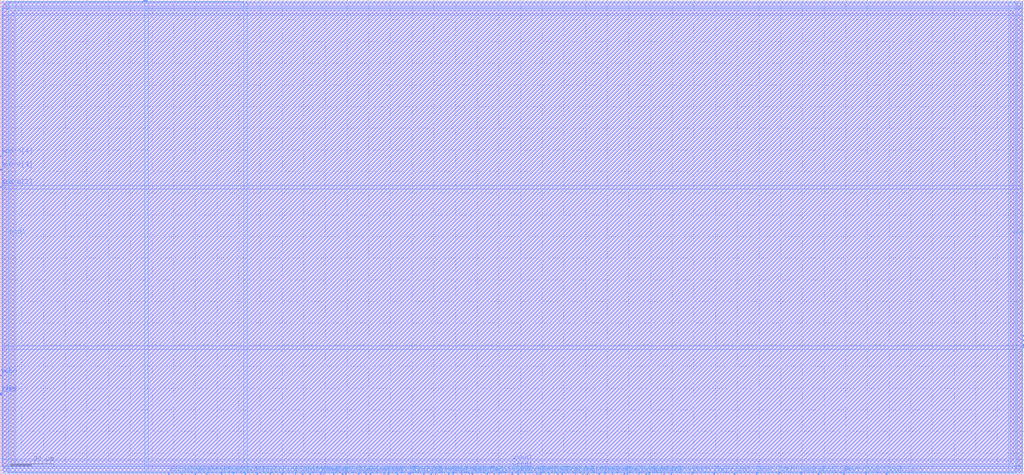
<source format=lef>
VERSION 5.4 ;
NAMESCASESENSITIVE ON ;
BUSBITCHARS "[]" ;
DIVIDERCHAR "/" ;
UNITS
  DATABASE MICRONS 2000 ;
END UNITS
MACRO sram_1rw0r0w_32_256_sky130
   CLASS BLOCK ;
   SIZE 472.3 BY 219.34 ;
   SYMMETRY X Y R90 ;
   PIN din0[0]
      DIRECTION INPUT ;
      PORT
         LAYER met4 ;
         RECT  112.88 0.0 113.26 0.38 ;
      END
   END din0[0]
   PIN din0[1]
      DIRECTION INPUT ;
      PORT
         LAYER met4 ;
         RECT  118.32 0.0 118.7 0.38 ;
      END
   END din0[1]
   PIN din0[2]
      DIRECTION INPUT ;
      PORT
         LAYER met4 ;
         RECT  124.44 0.0 124.82 0.38 ;
      END
   END din0[2]
   PIN din0[3]
      DIRECTION INPUT ;
      PORT
         LAYER met4 ;
         RECT  129.88 0.0 130.26 0.38 ;
      END
   END din0[3]
   PIN din0[4]
      DIRECTION INPUT ;
      PORT
         LAYER met4 ;
         RECT  136.0 0.0 136.38 0.38 ;
      END
   END din0[4]
   PIN din0[5]
      DIRECTION INPUT ;
      PORT
         LAYER met4 ;
         RECT  142.8 0.0 143.18 0.38 ;
      END
   END din0[5]
   PIN din0[6]
      DIRECTION INPUT ;
      PORT
         LAYER met4 ;
         RECT  147.56 0.0 147.94 0.38 ;
      END
   END din0[6]
   PIN din0[7]
      DIRECTION INPUT ;
      PORT
         LAYER met4 ;
         RECT  153.68 0.0 154.06 0.38 ;
      END
   END din0[7]
   PIN din0[8]
      DIRECTION INPUT ;
      PORT
         LAYER met4 ;
         RECT  159.12 0.0 159.5 0.38 ;
      END
   END din0[8]
   PIN din0[9]
      DIRECTION INPUT ;
      PORT
         LAYER met4 ;
         RECT  165.24 0.0 165.62 0.38 ;
      END
   END din0[9]
   PIN din0[10]
      DIRECTION INPUT ;
      PORT
         LAYER met4 ;
         RECT  170.68 0.0 171.06 0.38 ;
      END
   END din0[10]
   PIN din0[11]
      DIRECTION INPUT ;
      PORT
         LAYER met4 ;
         RECT  176.8 0.0 177.18 0.38 ;
      END
   END din0[11]
   PIN din0[12]
      DIRECTION INPUT ;
      PORT
         LAYER met4 ;
         RECT  182.92 0.0 183.3 0.38 ;
      END
   END din0[12]
   PIN din0[13]
      DIRECTION INPUT ;
      PORT
         LAYER met4 ;
         RECT  188.36 0.0 188.74 0.38 ;
      END
   END din0[13]
   PIN din0[14]
      DIRECTION INPUT ;
      PORT
         LAYER met4 ;
         RECT  195.16 0.0 195.54 0.38 ;
      END
   END din0[14]
   PIN din0[15]
      DIRECTION INPUT ;
      PORT
         LAYER met4 ;
         RECT  200.6 0.0 200.98 0.38 ;
      END
   END din0[15]
   PIN din0[16]
      DIRECTION INPUT ;
      PORT
         LAYER met4 ;
         RECT  206.72 0.0 207.1 0.38 ;
      END
   END din0[16]
   PIN din0[17]
      DIRECTION INPUT ;
      PORT
         LAYER met4 ;
         RECT  212.84 0.0 213.22 0.38 ;
      END
   END din0[17]
   PIN din0[18]
      DIRECTION INPUT ;
      PORT
         LAYER met4 ;
         RECT  217.6 0.0 217.98 0.38 ;
      END
   END din0[18]
   PIN din0[19]
      DIRECTION INPUT ;
      PORT
         LAYER met4 ;
         RECT  224.4 0.0 224.78 0.38 ;
      END
   END din0[19]
   PIN din0[20]
      DIRECTION INPUT ;
      PORT
         LAYER met4 ;
         RECT  229.84 0.0 230.22 0.38 ;
      END
   END din0[20]
   PIN din0[21]
      DIRECTION INPUT ;
      PORT
         LAYER met4 ;
         RECT  235.96 0.0 236.34 0.38 ;
      END
   END din0[21]
   PIN din0[22]
      DIRECTION INPUT ;
      PORT
         LAYER met4 ;
         RECT  242.08 0.0 242.46 0.38 ;
      END
   END din0[22]
   PIN din0[23]
      DIRECTION INPUT ;
      PORT
         LAYER met4 ;
         RECT  247.52 0.0 247.9 0.38 ;
      END
   END din0[23]
   PIN din0[24]
      DIRECTION INPUT ;
      PORT
         LAYER met4 ;
         RECT  252.96 0.0 253.34 0.38 ;
      END
   END din0[24]
   PIN din0[25]
      DIRECTION INPUT ;
      PORT
         LAYER met4 ;
         RECT  259.08 0.0 259.46 0.38 ;
      END
   END din0[25]
   PIN din0[26]
      DIRECTION INPUT ;
      PORT
         LAYER met4 ;
         RECT  265.2 0.0 265.58 0.38 ;
      END
   END din0[26]
   PIN din0[27]
      DIRECTION INPUT ;
      PORT
         LAYER met4 ;
         RECT  270.64 0.0 271.02 0.38 ;
      END
   END din0[27]
   PIN din0[28]
      DIRECTION INPUT ;
      PORT
         LAYER met4 ;
         RECT  276.08 0.0 276.46 0.38 ;
      END
   END din0[28]
   PIN din0[29]
      DIRECTION INPUT ;
      PORT
         LAYER met4 ;
         RECT  282.2 0.0 282.58 0.38 ;
      END
   END din0[29]
   PIN din0[30]
      DIRECTION INPUT ;
      PORT
         LAYER met4 ;
         RECT  287.64 0.0 288.02 0.38 ;
      END
   END din0[30]
   PIN din0[31]
      DIRECTION INPUT ;
      PORT
         LAYER met4 ;
         RECT  294.44 0.0 294.82 0.38 ;
      END
   END din0[31]
   PIN din0[32]
      DIRECTION INPUT ;
      PORT
         LAYER met4 ;
         RECT  299.2 0.0 299.58 0.38 ;
      END
   END din0[32]
   PIN addr0[0]
      DIRECTION INPUT ;
      PORT
         LAYER met4 ;
         RECT  77.52 0.0 77.9 0.38 ;
      END
   END addr0[0]
   PIN addr0[1]
      DIRECTION INPUT ;
      PORT
         LAYER met4 ;
         RECT  83.64 0.0 84.02 0.38 ;
      END
   END addr0[1]
   PIN addr0[2]
      DIRECTION INPUT ;
      PORT
         LAYER met3 ;
         RECT  0.0 132.6 0.38 132.98 ;
      END
   END addr0[2]
   PIN addr0[3]
      DIRECTION INPUT ;
      PORT
         LAYER met3 ;
         RECT  0.0 140.76 0.38 141.14 ;
      END
   END addr0[3]
   PIN addr0[4]
      DIRECTION INPUT ;
      PORT
         LAYER met3 ;
         RECT  0.0 146.88 0.38 147.26 ;
      END
   END addr0[4]
   PIN addr0[5]
      DIRECTION INPUT ;
      PORT
         LAYER met4 ;
         RECT  67.32 218.96 67.7 219.34 ;
      END
   END addr0[5]
   PIN addr0[6]
      DIRECTION INPUT ;
      PORT
         LAYER met4 ;
         RECT  66.64 218.96 67.02 219.34 ;
      END
   END addr0[6]
   PIN addr0[7]
      DIRECTION INPUT ;
      PORT
         LAYER met4 ;
         RECT  65.96 218.96 66.34 219.34 ;
      END
   END addr0[7]
   PIN csb0
      DIRECTION INPUT ;
      PORT
         LAYER met3 ;
         RECT  0.0 36.72 0.38 37.1 ;
      END
   END csb0
   PIN web0
      DIRECTION INPUT ;
      PORT
         LAYER met3 ;
         RECT  0.0 45.56 0.38 45.94 ;
      END
   END web0
   PIN clk0
      DIRECTION INPUT ;
      PORT
         LAYER met3 ;
         RECT  0.0 37.4 0.38 37.78 ;
      END
   END clk0
   PIN wmask0[0]
      DIRECTION INPUT ;
      PORT
         LAYER met4 ;
         RECT  89.76 0.0 90.14 0.38 ;
      END
   END wmask0[0]
   PIN wmask0[1]
      DIRECTION INPUT ;
      PORT
         LAYER met4 ;
         RECT  95.2 0.0 95.58 0.38 ;
      END
   END wmask0[1]
   PIN wmask0[2]
      DIRECTION INPUT ;
      PORT
         LAYER met4 ;
         RECT  102.0 0.0 102.38 0.38 ;
      END
   END wmask0[2]
   PIN wmask0[3]
      DIRECTION INPUT ;
      PORT
         LAYER met4 ;
         RECT  107.44 0.0 107.82 0.38 ;
      END
   END wmask0[3]
   PIN spare_wen0
      DIRECTION INPUT ;
      PORT
         LAYER met4 ;
         RECT  306.0 0.0 306.38 0.38 ;
      END
   END spare_wen0
   PIN dout0[0]
      DIRECTION OUTPUT ;
      PORT
         LAYER met4 ;
         RECT  139.4 0.0 139.78 0.38 ;
      END
   END dout0[0]
   PIN dout0[1]
      DIRECTION OUTPUT ;
      PORT
         LAYER met4 ;
         RECT  148.92 0.0 149.3 0.38 ;
      END
   END dout0[1]
   PIN dout0[2]
      DIRECTION OUTPUT ;
      PORT
         LAYER met4 ;
         RECT  157.76 0.0 158.14 0.38 ;
      END
   END dout0[2]
   PIN dout0[3]
      DIRECTION OUTPUT ;
      PORT
         LAYER met4 ;
         RECT  168.64 0.0 169.02 0.38 ;
      END
   END dout0[3]
   PIN dout0[4]
      DIRECTION OUTPUT ;
      PORT
         LAYER met4 ;
         RECT  178.84 0.0 179.22 0.38 ;
      END
   END dout0[4]
   PIN dout0[5]
      DIRECTION OUTPUT ;
      PORT
         LAYER met4 ;
         RECT  189.04 0.0 189.42 0.38 ;
      END
   END dout0[5]
   PIN dout0[6]
      DIRECTION OUTPUT ;
      PORT
         LAYER met4 ;
         RECT  198.56 0.0 198.94 0.38 ;
      END
   END dout0[6]
   PIN dout0[7]
      DIRECTION OUTPUT ;
      PORT
         LAYER met4 ;
         RECT  208.76 0.0 209.14 0.38 ;
      END
   END dout0[7]
   PIN dout0[8]
      DIRECTION OUTPUT ;
      PORT
         LAYER met4 ;
         RECT  216.24 0.0 216.62 0.38 ;
      END
   END dout0[8]
   PIN dout0[9]
      DIRECTION OUTPUT ;
      PORT
         LAYER met4 ;
         RECT  227.8 0.0 228.18 0.38 ;
      END
   END dout0[9]
   PIN dout0[10]
      DIRECTION OUTPUT ;
      PORT
         LAYER met4 ;
         RECT  238.68 0.0 239.06 0.38 ;
      END
   END dout0[10]
   PIN dout0[11]
      DIRECTION OUTPUT ;
      PORT
         LAYER met4 ;
         RECT  248.88 0.0 249.26 0.38 ;
      END
   END dout0[11]
   PIN dout0[12]
      DIRECTION OUTPUT ;
      PORT
         LAYER met4 ;
         RECT  257.04 0.0 257.42 0.38 ;
      END
   END dout0[12]
   PIN dout0[13]
      DIRECTION OUTPUT ;
      PORT
         LAYER met4 ;
         RECT  268.6 0.0 268.98 0.38 ;
      END
   END dout0[13]
   PIN dout0[14]
      DIRECTION OUTPUT ;
      PORT
         LAYER met4 ;
         RECT  278.8 0.0 279.18 0.38 ;
      END
   END dout0[14]
   PIN dout0[15]
      DIRECTION OUTPUT ;
      PORT
         LAYER met4 ;
         RECT  289.0 0.0 289.38 0.38 ;
      END
   END dout0[15]
   PIN dout0[16]
      DIRECTION OUTPUT ;
      PORT
         LAYER met4 ;
         RECT  297.84 0.0 298.22 0.38 ;
      END
   END dout0[16]
   PIN dout0[17]
      DIRECTION OUTPUT ;
      PORT
         LAYER met4 ;
         RECT  309.4 0.0 309.78 0.38 ;
      END
   END dout0[17]
   PIN dout0[18]
      DIRECTION OUTPUT ;
      PORT
         LAYER met4 ;
         RECT  318.92 0.0 319.3 0.38 ;
      END
   END dout0[18]
   PIN dout0[19]
      DIRECTION OUTPUT ;
      PORT
         LAYER met4 ;
         RECT  329.12 0.0 329.5 0.38 ;
      END
   END dout0[19]
   PIN dout0[20]
      DIRECTION OUTPUT ;
      PORT
         LAYER met4 ;
         RECT  338.64 0.0 339.02 0.38 ;
      END
   END dout0[20]
   PIN dout0[21]
      DIRECTION OUTPUT ;
      PORT
         LAYER met4 ;
         RECT  348.84 0.0 349.22 0.38 ;
      END
   END dout0[21]
   PIN dout0[22]
      DIRECTION OUTPUT ;
      PORT
         LAYER met4 ;
         RECT  359.04 0.0 359.42 0.38 ;
      END
   END dout0[22]
   PIN dout0[23]
      DIRECTION OUTPUT ;
      PORT
         LAYER met4 ;
         RECT  369.24 0.0 369.62 0.38 ;
      END
   END dout0[23]
   PIN dout0[24]
      DIRECTION OUTPUT ;
      PORT
         LAYER met4 ;
         RECT  377.4 0.0 377.78 0.38 ;
      END
   END dout0[24]
   PIN dout0[25]
      DIRECTION OUTPUT ;
      PORT
         LAYER met4 ;
         RECT  388.96 0.0 389.34 0.38 ;
      END
   END dout0[25]
   PIN dout0[26]
      DIRECTION OUTPUT ;
      PORT
         LAYER met4 ;
         RECT  399.16 0.0 399.54 0.38 ;
      END
   END dout0[26]
   PIN dout0[27]
      DIRECTION OUTPUT ;
      PORT
         LAYER met4 ;
         RECT  408.68 0.0 409.06 0.38 ;
      END
   END dout0[27]
   PIN dout0[28]
      DIRECTION OUTPUT ;
      PORT
         LAYER met3 ;
         RECT  471.92 58.48 472.3 58.86 ;
      END
   END dout0[28]
   PIN dout0[29]
      DIRECTION OUTPUT ;
      PORT
         LAYER met3 ;
         RECT  471.92 59.16 472.3 59.54 ;
      END
   END dout0[29]
   PIN dout0[30]
      DIRECTION OUTPUT ;
      PORT
         LAYER met3 ;
         RECT  471.92 63.92 472.3 64.3 ;
      END
   END dout0[30]
   PIN dout0[31]
      DIRECTION OUTPUT ;
      PORT
         LAYER met3 ;
         RECT  471.92 59.84 472.3 60.22 ;
      END
   END dout0[31]
   PIN dout0[32]
      DIRECTION OUTPUT ;
      PORT
         LAYER met3 ;
         RECT  471.92 61.88 472.3 62.26 ;
      END
   END dout0[32]
   PIN vccd1
      DIRECTION INOUT ;
      USE POWER ; 
      SHAPE ABUTMENT ; 
      PORT
         LAYER met4 ;
         RECT  469.2 1.36 470.94 217.98 ;
         LAYER met3 ;
         RECT  1.36 216.24 470.94 217.98 ;
         LAYER met3 ;
         RECT  1.36 1.36 470.94 3.1 ;
         LAYER met4 ;
         RECT  1.36 1.36 3.1 217.98 ;
      END
   END vccd1
   PIN vssd1
      DIRECTION INOUT ;
      USE GROUND ; 
      SHAPE ABUTMENT ; 
      PORT
         LAYER met4 ;
         RECT  4.76 4.76 6.5 214.58 ;
         LAYER met3 ;
         RECT  4.76 212.84 467.54 214.58 ;
         LAYER met3 ;
         RECT  4.76 4.76 467.54 6.5 ;
         LAYER met4 ;
         RECT  465.8 4.76 467.54 214.58 ;
      END
   END vssd1
   OBS
   LAYER  met1 ;
      RECT  0.62 0.62 471.68 218.72 ;
   LAYER  met2 ;
      RECT  0.62 0.62 471.68 218.72 ;
   LAYER  met3 ;
      RECT  0.98 132.0 471.68 133.58 ;
      RECT  0.62 133.58 0.98 140.16 ;
      RECT  0.62 141.74 0.98 146.28 ;
      RECT  0.62 46.54 0.98 132.0 ;
      RECT  0.62 38.38 0.98 44.96 ;
      RECT  0.98 57.88 471.32 59.46 ;
      RECT  0.98 59.46 471.32 132.0 ;
      RECT  471.32 64.9 471.68 132.0 ;
      RECT  471.32 60.82 471.68 61.28 ;
      RECT  471.32 62.86 471.68 63.32 ;
      RECT  0.98 218.58 471.54 218.72 ;
      RECT  471.54 133.58 471.68 215.64 ;
      RECT  471.54 215.64 471.68 218.58 ;
      RECT  471.54 218.58 471.68 218.72 ;
      RECT  0.62 147.86 0.76 215.64 ;
      RECT  0.62 215.64 0.76 218.58 ;
      RECT  0.62 218.58 0.76 218.72 ;
      RECT  0.76 147.86 0.98 215.64 ;
      RECT  0.76 218.58 0.98 218.72 ;
      RECT  0.62 0.62 0.76 0.76 ;
      RECT  0.62 0.76 0.76 3.7 ;
      RECT  0.62 3.7 0.76 36.12 ;
      RECT  0.76 0.62 0.98 0.76 ;
      RECT  0.76 3.7 0.98 36.12 ;
      RECT  0.98 0.62 471.32 0.76 ;
      RECT  471.32 0.62 471.54 0.76 ;
      RECT  471.32 3.7 471.54 57.88 ;
      RECT  471.54 0.62 471.68 0.76 ;
      RECT  471.54 0.76 471.68 3.7 ;
      RECT  471.54 3.7 471.68 57.88 ;
      RECT  0.98 133.58 4.16 212.24 ;
      RECT  0.98 212.24 4.16 215.18 ;
      RECT  0.98 215.18 4.16 215.64 ;
      RECT  4.16 133.58 468.14 212.24 ;
      RECT  4.16 215.18 468.14 215.64 ;
      RECT  468.14 133.58 471.54 212.24 ;
      RECT  468.14 212.24 471.54 215.18 ;
      RECT  468.14 215.18 471.54 215.64 ;
      RECT  0.98 3.7 4.16 4.16 ;
      RECT  0.98 4.16 4.16 7.1 ;
      RECT  0.98 7.1 4.16 57.88 ;
      RECT  4.16 3.7 468.14 4.16 ;
      RECT  4.16 7.1 468.14 57.88 ;
      RECT  468.14 3.7 471.32 4.16 ;
      RECT  468.14 4.16 471.32 7.1 ;
      RECT  468.14 7.1 471.32 57.88 ;
   LAYER  met4 ;
      RECT  112.28 0.98 113.86 218.72 ;
      RECT  113.86 0.62 117.72 0.98 ;
      RECT  119.3 0.62 123.84 0.98 ;
      RECT  125.42 0.62 129.28 0.98 ;
      RECT  130.86 0.62 135.4 0.98 ;
      RECT  143.78 0.62 146.96 0.98 ;
      RECT  160.1 0.62 164.64 0.98 ;
      RECT  171.66 0.62 176.2 0.98 ;
      RECT  183.9 0.62 187.76 0.98 ;
      RECT  201.58 0.62 206.12 0.98 ;
      RECT  218.58 0.62 223.8 0.98 ;
      RECT  230.82 0.62 235.36 0.98 ;
      RECT  243.06 0.62 246.92 0.98 ;
      RECT  260.06 0.62 264.6 0.98 ;
      RECT  271.62 0.62 275.48 0.98 ;
      RECT  283.18 0.62 287.04 0.98 ;
      RECT  78.5 0.62 83.04 0.98 ;
      RECT  66.72 0.98 68.3 218.36 ;
      RECT  68.3 0.98 112.28 218.36 ;
      RECT  68.3 218.36 112.28 218.72 ;
      RECT  84.62 0.62 89.16 0.98 ;
      RECT  90.74 0.62 94.6 0.98 ;
      RECT  96.18 0.62 101.4 0.98 ;
      RECT  102.98 0.62 106.84 0.98 ;
      RECT  108.42 0.62 112.28 0.98 ;
      RECT  300.18 0.62 305.4 0.98 ;
      RECT  136.98 0.62 138.8 0.98 ;
      RECT  140.38 0.62 142.2 0.98 ;
      RECT  149.9 0.62 153.08 0.98 ;
      RECT  154.66 0.62 157.16 0.98 ;
      RECT  166.22 0.62 168.04 0.98 ;
      RECT  169.62 0.62 170.08 0.98 ;
      RECT  177.78 0.62 178.24 0.98 ;
      RECT  179.82 0.62 182.32 0.98 ;
      RECT  190.02 0.62 194.56 0.98 ;
      RECT  196.14 0.62 197.96 0.98 ;
      RECT  199.54 0.62 200.0 0.98 ;
      RECT  207.7 0.62 208.16 0.98 ;
      RECT  209.74 0.62 212.24 0.98 ;
      RECT  213.82 0.62 215.64 0.98 ;
      RECT  225.38 0.62 227.2 0.98 ;
      RECT  228.78 0.62 229.24 0.98 ;
      RECT  236.94 0.62 238.08 0.98 ;
      RECT  239.66 0.62 241.48 0.98 ;
      RECT  249.86 0.62 252.36 0.98 ;
      RECT  253.94 0.62 256.44 0.98 ;
      RECT  258.02 0.62 258.48 0.98 ;
      RECT  266.18 0.62 268.0 0.98 ;
      RECT  269.58 0.62 270.04 0.98 ;
      RECT  277.06 0.62 278.2 0.98 ;
      RECT  279.78 0.62 281.6 0.98 ;
      RECT  289.98 0.62 293.84 0.98 ;
      RECT  295.42 0.62 297.24 0.98 ;
      RECT  306.98 0.62 308.8 0.98 ;
      RECT  310.38 0.62 318.32 0.98 ;
      RECT  319.9 0.62 328.52 0.98 ;
      RECT  330.1 0.62 338.04 0.98 ;
      RECT  339.62 0.62 348.24 0.98 ;
      RECT  349.82 0.62 358.44 0.98 ;
      RECT  360.02 0.62 368.64 0.98 ;
      RECT  370.22 0.62 376.8 0.98 ;
      RECT  378.38 0.62 388.36 0.98 ;
      RECT  389.94 0.62 398.56 0.98 ;
      RECT  400.14 0.62 408.08 0.98 ;
      RECT  113.86 218.58 468.6 218.72 ;
      RECT  468.6 218.58 471.54 218.72 ;
      RECT  471.54 0.98 471.68 218.58 ;
      RECT  471.54 218.58 471.68 218.72 ;
      RECT  409.66 0.62 468.6 0.76 ;
      RECT  409.66 0.76 468.6 0.98 ;
      RECT  468.6 0.62 471.54 0.76 ;
      RECT  471.54 0.62 471.68 0.76 ;
      RECT  471.54 0.76 471.68 0.98 ;
      RECT  0.62 0.62 0.76 0.76 ;
      RECT  0.62 0.76 0.76 0.98 ;
      RECT  0.76 0.62 3.7 0.76 ;
      RECT  3.7 0.62 76.92 0.76 ;
      RECT  3.7 0.76 76.92 0.98 ;
      RECT  0.62 0.98 0.76 218.36 ;
      RECT  0.62 218.36 0.76 218.58 ;
      RECT  0.62 218.58 0.76 218.72 ;
      RECT  0.76 218.58 3.7 218.72 ;
      RECT  3.7 218.36 65.36 218.58 ;
      RECT  3.7 218.58 65.36 218.72 ;
      RECT  3.7 0.98 4.16 4.16 ;
      RECT  3.7 4.16 4.16 215.18 ;
      RECT  3.7 215.18 4.16 218.36 ;
      RECT  4.16 0.98 7.1 4.16 ;
      RECT  4.16 215.18 7.1 218.36 ;
      RECT  7.1 0.98 66.72 4.16 ;
      RECT  7.1 4.16 66.72 215.18 ;
      RECT  7.1 215.18 66.72 218.36 ;
      RECT  113.86 0.98 465.2 4.16 ;
      RECT  113.86 4.16 465.2 215.18 ;
      RECT  113.86 215.18 465.2 218.58 ;
      RECT  465.2 0.98 468.14 4.16 ;
      RECT  465.2 215.18 468.14 218.58 ;
      RECT  468.14 0.98 468.6 4.16 ;
      RECT  468.14 4.16 468.6 215.18 ;
      RECT  468.14 215.18 468.6 218.58 ;
   END
END    sram_1rw0r0w_32_256_sky130
END    LIBRARY

</source>
